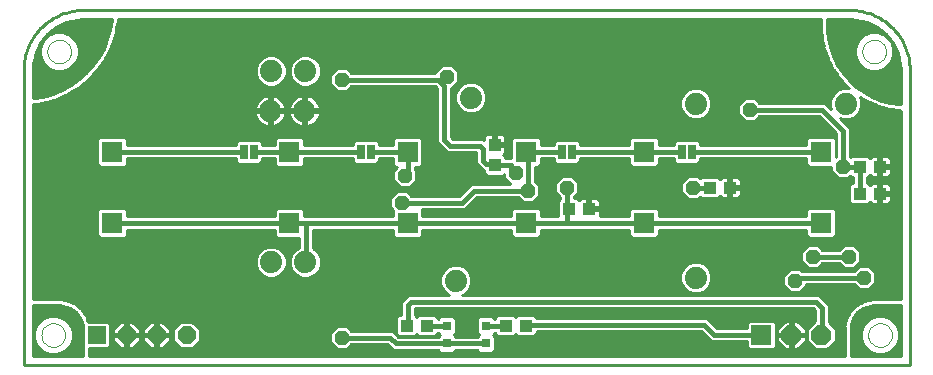
<source format=gbl>
G75*
G70*
%OFA0B0*%
%FSLAX24Y24*%
%IPPOS*%
%LPD*%
%AMOC8*
5,1,8,0,0,1.08239X$1,22.5*
%
%ADD10C,0.0100*%
%ADD11C,0.0000*%
%ADD12R,0.0689X0.0709*%
%ADD13C,0.0740*%
%ADD14R,0.0394X0.0433*%
%ADD15R,0.0433X0.0394*%
%ADD16R,0.0660X0.0660*%
%ADD17OC8,0.0660*%
%ADD18R,0.0594X0.0594*%
%ADD19OC8,0.0594*%
%ADD20R,0.0315X0.0315*%
%ADD21R,0.0250X0.0500*%
%ADD22OC8,0.0475*%
%ADD23C,0.0160*%
D10*
X006268Y006031D02*
X006268Y015874D01*
X006568Y015874D02*
X006578Y016060D01*
X006662Y016425D01*
X006824Y016761D01*
X007057Y017053D01*
X007349Y017286D01*
X007685Y017448D01*
X008050Y017532D01*
X008236Y017542D01*
X009204Y017542D01*
X009202Y017512D01*
X009147Y017185D01*
X009055Y016867D01*
X008928Y016561D01*
X008768Y016271D01*
X008577Y016001D01*
X008356Y015754D01*
X008109Y015534D01*
X007839Y015342D01*
X007549Y015182D01*
X007243Y015055D01*
X006925Y014963D01*
X006599Y014908D01*
X006568Y014906D01*
X006568Y015874D01*
X006568Y015881D02*
X007175Y015881D01*
X007084Y015918D02*
X007321Y015820D01*
X007577Y015820D01*
X007814Y015918D01*
X007995Y016100D01*
X008093Y016336D01*
X008093Y016592D01*
X007995Y016829D01*
X007814Y017010D01*
X007577Y017108D01*
X007321Y017108D01*
X007084Y017010D01*
X006903Y016829D01*
X006805Y016592D01*
X006805Y016336D01*
X006903Y016100D01*
X007084Y015918D01*
X007023Y015980D02*
X006574Y015980D01*
X006583Y016078D02*
X006925Y016078D01*
X006871Y016177D02*
X006605Y016177D01*
X006627Y016275D02*
X006831Y016275D01*
X006805Y016374D02*
X006650Y016374D01*
X006684Y016472D02*
X006805Y016472D01*
X006805Y016571D02*
X006732Y016571D01*
X006779Y016669D02*
X006837Y016669D01*
X006829Y016768D02*
X006878Y016768D01*
X006907Y016866D02*
X006941Y016866D01*
X006986Y016965D02*
X007039Y016965D01*
X007069Y017063D02*
X007213Y017063D01*
X007192Y017162D02*
X009140Y017162D01*
X009159Y017260D02*
X007316Y017260D01*
X007499Y017359D02*
X009176Y017359D01*
X009193Y017457D02*
X007723Y017457D01*
X007685Y017063D02*
X009112Y017063D01*
X009083Y016965D02*
X007859Y016965D01*
X007957Y016866D02*
X009055Y016866D01*
X009014Y016768D02*
X008020Y016768D01*
X008061Y016669D02*
X008973Y016669D01*
X008932Y016571D02*
X008093Y016571D01*
X008093Y016472D02*
X008879Y016472D01*
X008825Y016374D02*
X008093Y016374D01*
X008068Y016275D02*
X008770Y016275D01*
X008701Y016177D02*
X008027Y016177D01*
X007973Y016078D02*
X008631Y016078D01*
X008557Y015980D02*
X007875Y015980D01*
X007724Y015881D02*
X008469Y015881D01*
X008381Y015783D02*
X006568Y015783D01*
X006568Y015684D02*
X008277Y015684D01*
X008167Y015586D02*
X006568Y015586D01*
X006568Y015487D02*
X008044Y015487D01*
X007905Y015389D02*
X006568Y015389D01*
X006568Y015290D02*
X007745Y015290D01*
X007874Y015133D02*
X007707Y015041D01*
X007702Y015029D01*
X007636Y015001D01*
X007573Y014967D01*
X007561Y014970D01*
X007384Y014897D01*
X007378Y014886D01*
X007309Y014866D01*
X007243Y014839D01*
X007231Y014844D01*
X007048Y014791D01*
X007040Y014780D01*
X006970Y014768D01*
X006901Y014748D01*
X006890Y014755D01*
X006701Y014722D01*
X006693Y014713D01*
X006621Y014709D01*
X006568Y014700D01*
X006568Y008200D01*
X007375Y008200D01*
X007382Y008205D01*
X007457Y008200D01*
X007532Y008200D01*
X007538Y008204D01*
X007604Y008188D01*
X007671Y008183D01*
X007680Y008172D01*
X007692Y008178D01*
X007754Y008152D01*
X007820Y008136D01*
X007827Y008124D01*
X007840Y008128D01*
X007898Y008093D01*
X007960Y008067D01*
X007965Y008054D01*
X007979Y008055D01*
X008030Y008012D01*
X008087Y007976D01*
X008090Y007963D01*
X008104Y007962D01*
X008148Y007911D01*
X008199Y007867D01*
X008200Y007853D01*
X008213Y007850D01*
X008248Y007793D01*
X008292Y007742D01*
X008291Y007728D01*
X008304Y007723D01*
X008329Y007661D01*
X008364Y007604D01*
X008361Y007590D01*
X008373Y007583D01*
X008389Y007518D01*
X008412Y007462D01*
X009064Y007462D01*
X009152Y007374D01*
X009152Y006656D01*
X009064Y006569D01*
X008436Y006569D01*
X008436Y006331D01*
X033627Y006331D01*
X033627Y007138D01*
X033621Y007145D01*
X033627Y007220D01*
X033627Y007295D01*
X033623Y007302D01*
X033639Y007367D01*
X033644Y007434D01*
X033654Y007443D01*
X033649Y007456D01*
X033675Y007518D01*
X033690Y007583D01*
X033702Y007590D01*
X033699Y007604D01*
X033734Y007661D01*
X033760Y007723D01*
X033773Y007728D01*
X033772Y007742D01*
X033815Y007793D01*
X033850Y007850D01*
X033864Y007853D01*
X033865Y007867D01*
X033916Y007911D01*
X033959Y007962D01*
X033973Y007963D01*
X033976Y007976D01*
X034034Y008012D01*
X034085Y008055D01*
X034099Y008054D01*
X034104Y008067D01*
X034166Y008093D01*
X034223Y008128D01*
X034237Y008124D01*
X034244Y008136D01*
X034309Y008152D01*
X034371Y008178D01*
X034384Y008172D01*
X034393Y008183D01*
X034460Y008188D01*
X034525Y008204D01*
X034532Y008200D01*
X034607Y008200D01*
X034681Y008205D01*
X034688Y008200D01*
X035496Y008200D01*
X035496Y014495D01*
X035458Y014500D01*
X035387Y014502D01*
X035377Y014512D01*
X035196Y014538D01*
X035184Y014531D01*
X035116Y014550D01*
X035046Y014560D01*
X035038Y014571D01*
X034861Y014619D01*
X034848Y014614D01*
X034783Y014640D01*
X034714Y014659D01*
X034708Y014671D01*
X034538Y014740D01*
X034525Y014736D01*
X034463Y014770D01*
X034397Y014797D01*
X034392Y014810D01*
X034232Y014899D01*
X034218Y014896D01*
X034161Y014938D01*
X034140Y014949D01*
X034188Y014835D01*
X034188Y014628D01*
X034109Y014437D01*
X033963Y014290D01*
X033771Y014211D01*
X033565Y014211D01*
X033477Y014247D01*
X033663Y014061D01*
X033798Y013926D01*
X033798Y012949D01*
X033812Y012935D01*
X033855Y012978D01*
X034412Y012978D01*
X034468Y012922D01*
X034494Y012948D01*
X034528Y012968D01*
X034566Y012978D01*
X034754Y012978D01*
X034754Y012680D01*
X034851Y012680D01*
X034851Y012978D01*
X035039Y012978D01*
X035077Y012968D01*
X035111Y012948D01*
X035139Y012920D01*
X035159Y012886D01*
X035169Y012848D01*
X035169Y012680D01*
X034851Y012680D01*
X034851Y012583D01*
X035169Y012583D01*
X035169Y012415D01*
X035159Y012376D01*
X035139Y012342D01*
X035111Y012314D01*
X035077Y012294D01*
X035039Y012284D01*
X034851Y012284D01*
X034851Y012583D01*
X034754Y012583D01*
X034754Y012284D01*
X034566Y012284D01*
X034528Y012294D01*
X034494Y012314D01*
X034468Y012340D01*
X034412Y012284D01*
X034363Y012284D01*
X034363Y012078D01*
X034412Y012078D01*
X034468Y012022D01*
X034494Y012048D01*
X034528Y012068D01*
X034566Y012078D01*
X034754Y012078D01*
X034754Y011780D01*
X034851Y011780D01*
X034851Y012078D01*
X035039Y012078D01*
X035077Y012068D01*
X035111Y012048D01*
X035139Y012020D01*
X035159Y011986D01*
X035169Y011948D01*
X035169Y011780D01*
X034851Y011780D01*
X034851Y011683D01*
X035169Y011683D01*
X035169Y011515D01*
X035159Y011476D01*
X035139Y011442D01*
X035111Y011414D01*
X035077Y011394D01*
X035039Y011384D01*
X034851Y011384D01*
X034851Y011683D01*
X034754Y011683D01*
X034754Y011384D01*
X034566Y011384D01*
X034528Y011394D01*
X034494Y011414D01*
X034468Y011440D01*
X034412Y011384D01*
X033855Y011384D01*
X033767Y011472D01*
X033767Y011990D01*
X033855Y012078D01*
X033903Y012078D01*
X033903Y012284D01*
X033855Y012284D01*
X033812Y012327D01*
X033728Y012244D01*
X033407Y012244D01*
X033180Y012471D01*
X033180Y012613D01*
X032436Y012613D01*
X032348Y012701D01*
X032348Y012901D01*
X028805Y012901D01*
X028805Y012819D01*
X028717Y012731D01*
X028019Y012731D01*
X027931Y012819D01*
X027931Y012901D01*
X027432Y012901D01*
X027432Y012701D01*
X027344Y012613D01*
X026531Y012613D01*
X026443Y012701D01*
X026443Y012901D01*
X024805Y012901D01*
X024805Y012819D01*
X024717Y012731D01*
X024019Y012731D01*
X023931Y012819D01*
X023931Y012901D01*
X023495Y012901D01*
X023495Y012701D01*
X023407Y012613D01*
X023298Y012613D01*
X023298Y012149D01*
X023455Y011992D01*
X023455Y011671D01*
X023228Y011444D01*
X022907Y011444D01*
X022750Y011601D01*
X021363Y011601D01*
X021098Y011336D01*
X020963Y011201D01*
X019529Y011201D01*
X019558Y011172D01*
X019558Y010986D01*
X022506Y010986D01*
X022506Y011172D01*
X022594Y011260D01*
X023407Y011260D01*
X023495Y011172D01*
X023495Y010986D01*
X024067Y010986D01*
X024067Y011490D01*
X024138Y011561D01*
X024138Y011613D01*
X023980Y011771D01*
X023980Y012092D01*
X024207Y012319D01*
X024528Y012319D01*
X024755Y012092D01*
X024755Y011771D01*
X024598Y011613D01*
X024598Y011578D01*
X024712Y011578D01*
X024768Y011522D01*
X024794Y011548D01*
X024828Y011568D01*
X024866Y011578D01*
X025054Y011578D01*
X025054Y011280D01*
X025151Y011280D01*
X025151Y011578D01*
X025339Y011578D01*
X025377Y011568D01*
X025411Y011548D01*
X025439Y011520D01*
X025459Y011486D01*
X025469Y011448D01*
X025469Y011280D01*
X025151Y011280D01*
X025151Y011183D01*
X025469Y011183D01*
X025469Y011015D01*
X025461Y010986D01*
X026443Y010986D01*
X026443Y011172D01*
X026531Y011260D01*
X027344Y011260D01*
X027432Y011172D01*
X027432Y010986D01*
X032348Y010986D01*
X032348Y011172D01*
X032436Y011260D01*
X033249Y011260D01*
X033337Y011172D01*
X033337Y010339D01*
X033249Y010251D01*
X032436Y010251D01*
X032348Y010339D01*
X032348Y010526D01*
X027432Y010526D01*
X027432Y010339D01*
X027344Y010251D01*
X026531Y010251D01*
X026443Y010339D01*
X026443Y010526D01*
X023495Y010526D01*
X023495Y010339D01*
X023407Y010251D01*
X022594Y010251D01*
X022506Y010339D01*
X022506Y010526D01*
X019558Y010526D01*
X019558Y010339D01*
X019470Y010251D01*
X018657Y010251D01*
X018569Y010339D01*
X018569Y010526D01*
X015898Y010526D01*
X015898Y009907D01*
X015949Y009886D01*
X016095Y009740D01*
X016175Y009549D01*
X016175Y009342D01*
X016095Y009151D01*
X015949Y009004D01*
X015758Y008925D01*
X015551Y008925D01*
X015360Y009004D01*
X015214Y009151D01*
X015135Y009342D01*
X015135Y009549D01*
X015214Y009740D01*
X015360Y009886D01*
X015438Y009918D01*
X015438Y010251D01*
X014720Y010251D01*
X014632Y010339D01*
X014632Y010526D01*
X009715Y010526D01*
X009715Y010339D01*
X009627Y010251D01*
X008814Y010251D01*
X008726Y010339D01*
X008726Y011172D01*
X008814Y011260D01*
X009627Y011260D01*
X009715Y011172D01*
X009715Y010986D01*
X014632Y010986D01*
X014632Y011172D01*
X014720Y011260D01*
X015533Y011260D01*
X015621Y011172D01*
X015621Y010986D01*
X018569Y010986D01*
X018569Y011172D01*
X018574Y011177D01*
X018480Y011271D01*
X018480Y011592D01*
X018707Y011819D01*
X019028Y011819D01*
X019186Y011661D01*
X020773Y011661D01*
X021173Y012061D01*
X022490Y012061D01*
X022280Y012271D01*
X022280Y012383D01*
X022227Y012330D01*
X021709Y012330D01*
X021621Y012418D01*
X021621Y012501D01*
X021573Y012501D01*
X021438Y012636D01*
X021338Y012736D01*
X021338Y013101D01*
X020373Y013101D01*
X020038Y013436D01*
X020038Y015236D01*
X019973Y015301D01*
X017186Y015301D01*
X017028Y015144D01*
X016707Y015144D01*
X016480Y015371D01*
X016480Y015692D01*
X016707Y015919D01*
X017028Y015919D01*
X017186Y015761D01*
X019980Y015761D01*
X019980Y015792D01*
X020207Y016019D01*
X020528Y016019D01*
X020755Y015792D01*
X020755Y015471D01*
X020528Y015244D01*
X020498Y015244D01*
X020498Y013626D01*
X020563Y013561D01*
X021563Y013561D01*
X021621Y013503D01*
X021621Y013602D01*
X021631Y013640D01*
X021651Y013674D01*
X021679Y013702D01*
X021713Y013722D01*
X021751Y013732D01*
X021920Y013732D01*
X021920Y013414D01*
X022016Y013414D01*
X022016Y013732D01*
X022185Y013732D01*
X022223Y013722D01*
X022257Y013702D01*
X022285Y013674D01*
X022305Y013640D01*
X022315Y013602D01*
X022315Y013414D01*
X022016Y013414D01*
X022016Y013317D01*
X022315Y013317D01*
X022315Y013129D01*
X022305Y013091D01*
X022285Y013057D01*
X022259Y013031D01*
X022315Y012975D01*
X022315Y012926D01*
X022506Y012926D01*
X022506Y013534D01*
X022594Y013622D01*
X023407Y013622D01*
X023495Y013534D01*
X023495Y013361D01*
X023931Y013361D01*
X023931Y013443D01*
X024019Y013531D01*
X024717Y013531D01*
X024805Y013443D01*
X024805Y013361D01*
X026443Y013361D01*
X026443Y013534D01*
X026531Y013622D01*
X027344Y013622D01*
X027432Y013534D01*
X027432Y013361D01*
X027931Y013361D01*
X027931Y013443D01*
X028019Y013531D01*
X028717Y013531D01*
X028805Y013443D01*
X028805Y013361D01*
X032348Y013361D01*
X032348Y013534D01*
X032436Y013622D01*
X033249Y013622D01*
X033337Y013534D01*
X033337Y012948D01*
X033338Y012949D01*
X033338Y013736D01*
X032773Y014301D01*
X030786Y014301D01*
X030628Y014144D01*
X030307Y014144D01*
X030080Y014371D01*
X030080Y014692D01*
X030307Y014919D01*
X030628Y014919D01*
X030786Y014761D01*
X032963Y014761D01*
X033184Y014540D01*
X033148Y014628D01*
X033148Y014835D01*
X033227Y015026D01*
X033373Y015172D01*
X033565Y015251D01*
X033763Y015251D01*
X033688Y015321D01*
X033674Y015322D01*
X033628Y015376D01*
X033576Y015424D01*
X033576Y015438D01*
X033458Y015578D01*
X033444Y015580D01*
X033405Y015640D01*
X033360Y015694D01*
X033361Y015707D01*
X033260Y015860D01*
X033247Y015865D01*
X033216Y015928D01*
X033177Y015987D01*
X033180Y016001D01*
X033099Y016165D01*
X033086Y016171D01*
X033063Y016238D01*
X033031Y016301D01*
X033036Y016314D01*
X032975Y016487D01*
X032963Y016494D01*
X032948Y016563D01*
X032924Y016630D01*
X032930Y016643D01*
X032891Y016821D01*
X032880Y016830D01*
X032873Y016900D01*
X032858Y016970D01*
X032865Y016981D01*
X032848Y017161D01*
X032840Y017169D01*
X032840Y017242D01*
X032833Y017315D01*
X032840Y017323D01*
X032840Y017542D01*
X009410Y017542D01*
X009401Y017489D01*
X009397Y017418D01*
X009388Y017409D01*
X009356Y017221D01*
X009362Y017209D01*
X009342Y017141D01*
X009330Y017070D01*
X009320Y017062D01*
X009267Y016879D01*
X009272Y016867D01*
X009244Y016801D01*
X009224Y016732D01*
X009213Y016726D01*
X009140Y016549D01*
X009143Y016537D01*
X009109Y016474D01*
X009081Y016408D01*
X009070Y016403D01*
X008977Y016236D01*
X008979Y016223D01*
X008938Y016165D01*
X008903Y016102D01*
X008891Y016098D01*
X008780Y015942D01*
X008781Y015930D01*
X008733Y015876D01*
X008692Y015818D01*
X008679Y015816D01*
X008552Y015673D01*
X008551Y015660D01*
X008498Y015613D01*
X008450Y015559D01*
X008437Y015558D01*
X008294Y015431D01*
X008292Y015418D01*
X008234Y015377D01*
X008180Y015329D01*
X008168Y015330D01*
X008012Y015219D01*
X008008Y015207D01*
X007946Y015172D01*
X007887Y015131D01*
X007874Y015133D01*
X007802Y015093D02*
X020038Y015093D01*
X020038Y014995D02*
X015744Y014995D01*
X015743Y014995D02*
X015671Y015006D01*
X015671Y014538D01*
X015571Y014538D01*
X015571Y014438D01*
X015103Y014438D01*
X015114Y014366D01*
X015140Y014288D01*
X015177Y014215D01*
X015225Y014149D01*
X015283Y014091D01*
X015349Y014043D01*
X015422Y014006D01*
X015500Y013981D01*
X015571Y013969D01*
X015571Y014438D01*
X015671Y014438D01*
X015671Y013969D01*
X015743Y013981D01*
X015821Y014006D01*
X015894Y014043D01*
X015960Y014091D01*
X016018Y014149D01*
X016066Y014215D01*
X016103Y014288D01*
X016129Y014366D01*
X016140Y014438D01*
X015671Y014438D01*
X015671Y014538D01*
X016140Y014538D01*
X016129Y014610D01*
X016103Y014687D01*
X016066Y014760D01*
X016018Y014827D01*
X015960Y014884D01*
X015894Y014933D01*
X015821Y014970D01*
X015743Y014995D01*
X015671Y014995D02*
X015571Y014995D01*
X015571Y015006D02*
X015500Y014995D01*
X015422Y014970D01*
X015349Y014933D01*
X015283Y014884D01*
X015225Y014827D01*
X015177Y014760D01*
X015140Y014687D01*
X015114Y014610D01*
X015103Y014538D01*
X015571Y014538D01*
X015571Y015006D01*
X015499Y014995D02*
X014604Y014995D01*
X014603Y014995D02*
X014531Y015006D01*
X014531Y014538D01*
X014431Y014538D01*
X014431Y014438D01*
X013963Y014438D01*
X013974Y014366D01*
X014000Y014288D01*
X014037Y014215D01*
X014085Y014149D01*
X014143Y014091D01*
X014209Y014043D01*
X014282Y014006D01*
X014360Y013981D01*
X014431Y013969D01*
X014431Y014438D01*
X014531Y014438D01*
X014531Y013969D01*
X014603Y013981D01*
X014681Y014006D01*
X014754Y014043D01*
X014820Y014091D01*
X014878Y014149D01*
X014926Y014215D01*
X014963Y014288D01*
X014989Y014366D01*
X015000Y014438D01*
X014531Y014438D01*
X014531Y014538D01*
X015000Y014538D01*
X014989Y014610D01*
X014963Y014687D01*
X014926Y014760D01*
X014878Y014827D01*
X014820Y014884D01*
X014754Y014933D01*
X014681Y014970D01*
X014603Y014995D01*
X014531Y014995D02*
X014431Y014995D01*
X014431Y015006D02*
X014360Y014995D01*
X014282Y014970D01*
X014209Y014933D01*
X014143Y014884D01*
X014085Y014827D01*
X014037Y014760D01*
X014000Y014687D01*
X013974Y014610D01*
X013963Y014538D01*
X014431Y014538D01*
X014431Y015006D01*
X014359Y014995D02*
X007624Y014995D01*
X007567Y015192D02*
X006568Y015192D01*
X006568Y015093D02*
X007335Y015093D01*
X007384Y014896D02*
X014159Y014896D01*
X014064Y014798D02*
X007072Y014798D01*
X007033Y014995D02*
X006568Y014995D01*
X006568Y014699D02*
X014006Y014699D01*
X013973Y014601D02*
X006568Y014601D01*
X006568Y014502D02*
X014431Y014502D01*
X014431Y014404D02*
X014531Y014404D01*
X014531Y014502D02*
X015571Y014502D01*
X015571Y014404D02*
X015671Y014404D01*
X015671Y014502D02*
X020038Y014502D01*
X020038Y014404D02*
X016135Y014404D01*
X016109Y014305D02*
X020038Y014305D01*
X020038Y014207D02*
X016060Y014207D01*
X015977Y014108D02*
X020038Y014108D01*
X020038Y014010D02*
X015828Y014010D01*
X015671Y014010D02*
X015571Y014010D01*
X015571Y014108D02*
X015671Y014108D01*
X015671Y014207D02*
X015571Y014207D01*
X015571Y014305D02*
X015671Y014305D01*
X015671Y014601D02*
X015571Y014601D01*
X015571Y014699D02*
X015671Y014699D01*
X015671Y014798D02*
X015571Y014798D01*
X015571Y014896D02*
X015671Y014896D01*
X015944Y014896D02*
X020038Y014896D01*
X020038Y014798D02*
X016039Y014798D01*
X016097Y014699D02*
X020038Y014699D01*
X020038Y014601D02*
X016130Y014601D01*
X015299Y014896D02*
X014804Y014896D01*
X014899Y014798D02*
X015204Y014798D01*
X015146Y014699D02*
X014957Y014699D01*
X014990Y014601D02*
X015113Y014601D01*
X015108Y014404D02*
X014995Y014404D01*
X014969Y014305D02*
X015134Y014305D01*
X015183Y014207D02*
X014920Y014207D01*
X014837Y014108D02*
X015266Y014108D01*
X015415Y014010D02*
X014688Y014010D01*
X014531Y014010D02*
X014431Y014010D01*
X014431Y014108D02*
X014531Y014108D01*
X014531Y014207D02*
X014431Y014207D01*
X014431Y014305D02*
X014531Y014305D01*
X014531Y014601D02*
X014431Y014601D01*
X014431Y014699D02*
X014531Y014699D01*
X014531Y014798D02*
X014431Y014798D01*
X014431Y014896D02*
X014531Y014896D01*
X014618Y015296D02*
X014809Y015375D01*
X014955Y015522D01*
X015035Y015713D01*
X015035Y015920D01*
X014955Y016111D01*
X014809Y016257D01*
X014618Y016336D01*
X014411Y016336D01*
X014220Y016257D01*
X014074Y016111D01*
X013995Y015920D01*
X013995Y015713D01*
X014074Y015522D01*
X014220Y015375D01*
X014411Y015296D01*
X014618Y015296D01*
X014822Y015389D02*
X015347Y015389D01*
X015360Y015375D02*
X015551Y015296D01*
X015758Y015296D01*
X015949Y015375D01*
X016095Y015522D01*
X016175Y015713D01*
X016175Y015920D01*
X016095Y016111D01*
X015949Y016257D01*
X015758Y016336D01*
X015551Y016336D01*
X015360Y016257D01*
X015214Y016111D01*
X015135Y015920D01*
X015135Y015713D01*
X015214Y015522D01*
X015360Y015375D01*
X015248Y015487D02*
X014921Y015487D01*
X014982Y015586D02*
X015187Y015586D01*
X015146Y015684D02*
X015023Y015684D01*
X015035Y015783D02*
X015135Y015783D01*
X015135Y015881D02*
X015035Y015881D01*
X015010Y015980D02*
X015159Y015980D01*
X015200Y016078D02*
X014969Y016078D01*
X014889Y016177D02*
X015280Y016177D01*
X015404Y016275D02*
X014765Y016275D01*
X014264Y016275D02*
X008999Y016275D01*
X008946Y016177D02*
X014140Y016177D01*
X014060Y016078D02*
X008876Y016078D01*
X008807Y015980D02*
X014019Y015980D01*
X013995Y015881D02*
X008738Y015881D01*
X008650Y015783D02*
X013995Y015783D01*
X014006Y015684D02*
X008561Y015684D01*
X008473Y015586D02*
X014047Y015586D01*
X014108Y015487D02*
X008357Y015487D01*
X008250Y015389D02*
X014207Y015389D01*
X013968Y014404D02*
X006568Y014404D01*
X006568Y014305D02*
X013994Y014305D01*
X014043Y014207D02*
X006568Y014207D01*
X006568Y014108D02*
X014126Y014108D01*
X014275Y014010D02*
X006568Y014010D01*
X006568Y013911D02*
X020038Y013911D01*
X020038Y013813D02*
X006568Y013813D01*
X006568Y013714D02*
X020038Y013714D01*
X020038Y013616D02*
X019476Y013616D01*
X019470Y013622D02*
X018657Y013622D01*
X018569Y013534D01*
X018569Y013361D01*
X018105Y013361D01*
X018105Y013443D01*
X018017Y013531D01*
X017319Y013531D01*
X017231Y013443D01*
X017231Y013361D01*
X015621Y013361D01*
X015621Y013534D01*
X015533Y013622D01*
X014720Y013622D01*
X014632Y013534D01*
X014632Y013361D01*
X014205Y013361D01*
X014205Y013443D01*
X014117Y013531D01*
X013419Y013531D01*
X013331Y013443D01*
X013331Y013361D01*
X009715Y013361D01*
X009715Y013534D01*
X009627Y013622D01*
X008814Y013622D01*
X008726Y013534D01*
X008726Y012701D01*
X008814Y012613D01*
X009627Y012613D01*
X009715Y012701D01*
X009715Y012901D01*
X013331Y012901D01*
X013331Y012819D01*
X013419Y012731D01*
X014117Y012731D01*
X014205Y012819D01*
X014205Y012901D01*
X014632Y012901D01*
X014632Y012701D01*
X014720Y012613D01*
X015533Y012613D01*
X015621Y012701D01*
X015621Y012901D01*
X017231Y012901D01*
X017231Y012819D01*
X017319Y012731D01*
X018017Y012731D01*
X018105Y012819D01*
X018105Y012901D01*
X018569Y012901D01*
X018569Y012701D01*
X018657Y012613D01*
X018702Y012613D01*
X018580Y012492D01*
X018580Y012171D01*
X018807Y011944D01*
X019128Y011944D01*
X019355Y012171D01*
X019355Y012492D01*
X019298Y012549D01*
X019298Y012613D01*
X019470Y012613D01*
X019558Y012701D01*
X019558Y013534D01*
X019470Y013622D01*
X019558Y013517D02*
X020038Y013517D01*
X020055Y013419D02*
X019558Y013419D01*
X019558Y013320D02*
X020154Y013320D01*
X020252Y013222D02*
X019558Y013222D01*
X019558Y013123D02*
X020351Y013123D01*
X020509Y013616D02*
X021625Y013616D01*
X021621Y013517D02*
X021607Y013517D01*
X021699Y013714D02*
X020498Y013714D01*
X020498Y013813D02*
X033261Y013813D01*
X033338Y013714D02*
X022236Y013714D01*
X022311Y013616D02*
X022587Y013616D01*
X022506Y013517D02*
X022315Y013517D01*
X022315Y013419D02*
X022506Y013419D01*
X022506Y013320D02*
X022016Y013320D01*
X022016Y013419D02*
X021920Y013419D01*
X021920Y013517D02*
X022016Y013517D01*
X022016Y013616D02*
X021920Y013616D01*
X021920Y013714D02*
X022016Y013714D01*
X022315Y013222D02*
X022506Y013222D01*
X022506Y013123D02*
X022313Y013123D01*
X022265Y013025D02*
X022506Y013025D01*
X023298Y012532D02*
X033180Y012532D01*
X033217Y012434D02*
X023298Y012434D01*
X023298Y012335D02*
X033316Y012335D01*
X033816Y012040D02*
X030169Y012040D01*
X030169Y011980D02*
X030169Y012148D01*
X030159Y012186D01*
X030139Y012220D01*
X030111Y012248D01*
X030077Y012268D01*
X030039Y012278D01*
X029851Y012278D01*
X029851Y011980D01*
X029754Y011980D01*
X029754Y012278D01*
X029566Y012278D01*
X029528Y012268D01*
X029494Y012248D01*
X029468Y012222D01*
X029412Y012278D01*
X028855Y012278D01*
X028812Y012235D01*
X028728Y012319D01*
X028407Y012319D01*
X028180Y012092D01*
X028180Y011771D01*
X028407Y011544D01*
X028728Y011544D01*
X028812Y011627D01*
X028855Y011584D01*
X029412Y011584D01*
X029468Y011640D01*
X029494Y011614D01*
X029528Y011594D01*
X029566Y011584D01*
X029754Y011584D01*
X029754Y011883D01*
X029851Y011883D01*
X029851Y011980D01*
X030169Y011980D01*
X030169Y011883D02*
X029851Y011883D01*
X029851Y011584D01*
X030039Y011584D01*
X030077Y011594D01*
X030111Y011614D01*
X030139Y011642D01*
X030159Y011676D01*
X030169Y011715D01*
X030169Y011883D01*
X030169Y011843D02*
X033767Y011843D01*
X033767Y011941D02*
X029851Y011941D01*
X029851Y011843D02*
X029754Y011843D01*
X029754Y011744D02*
X029851Y011744D01*
X029851Y011646D02*
X029754Y011646D01*
X030141Y011646D02*
X033767Y011646D01*
X033767Y011744D02*
X030169Y011744D01*
X030169Y012138D02*
X033903Y012138D01*
X033903Y012237D02*
X030123Y012237D01*
X029851Y012237D02*
X029754Y012237D01*
X029754Y012138D02*
X029851Y012138D01*
X029851Y012040D02*
X029754Y012040D01*
X029483Y012237D02*
X029453Y012237D01*
X028813Y012237D02*
X028810Y012237D01*
X028326Y012237D02*
X024610Y012237D01*
X024709Y012138D02*
X028227Y012138D01*
X028180Y012040D02*
X024755Y012040D01*
X024755Y011941D02*
X028180Y011941D01*
X028180Y011843D02*
X024755Y011843D01*
X024729Y011744D02*
X028207Y011744D01*
X028305Y011646D02*
X024630Y011646D01*
X024743Y011547D02*
X024793Y011547D01*
X025054Y011547D02*
X025151Y011547D01*
X025151Y011449D02*
X025054Y011449D01*
X025054Y011350D02*
X025151Y011350D01*
X025151Y011252D02*
X026522Y011252D01*
X026443Y011153D02*
X025469Y011153D01*
X025469Y011055D02*
X026443Y011055D01*
X026443Y010464D02*
X023495Y010464D01*
X023495Y010365D02*
X026443Y010365D01*
X026515Y010267D02*
X023422Y010267D01*
X022578Y010267D02*
X019485Y010267D01*
X019558Y010365D02*
X022506Y010365D01*
X022506Y010464D02*
X019558Y010464D01*
X019558Y011055D02*
X022506Y011055D01*
X022506Y011153D02*
X019558Y011153D01*
X019103Y011744D02*
X020856Y011744D01*
X020954Y011843D02*
X006568Y011843D01*
X006568Y011941D02*
X021053Y011941D01*
X021151Y012040D02*
X019224Y012040D01*
X019323Y012138D02*
X022413Y012138D01*
X022314Y012237D02*
X019355Y012237D01*
X019355Y012335D02*
X021704Y012335D01*
X021621Y012434D02*
X019355Y012434D01*
X019315Y012532D02*
X021542Y012532D01*
X021443Y012631D02*
X019487Y012631D01*
X019558Y012729D02*
X021345Y012729D01*
X021338Y012828D02*
X019558Y012828D01*
X019558Y012926D02*
X021338Y012926D01*
X021338Y013025D02*
X019558Y013025D01*
X018639Y012631D02*
X015550Y012631D01*
X015621Y012729D02*
X018569Y012729D01*
X018569Y012828D02*
X018105Y012828D01*
X018621Y012532D02*
X006568Y012532D01*
X006568Y012434D02*
X018580Y012434D01*
X018580Y012335D02*
X006568Y012335D01*
X006568Y012237D02*
X018580Y012237D01*
X018613Y012138D02*
X006568Y012138D01*
X006568Y012040D02*
X018711Y012040D01*
X018633Y011744D02*
X006568Y011744D01*
X006568Y011646D02*
X018535Y011646D01*
X018480Y011547D02*
X006568Y011547D01*
X006568Y011449D02*
X018480Y011449D01*
X018480Y011350D02*
X006568Y011350D01*
X006568Y011252D02*
X008806Y011252D01*
X008726Y011153D02*
X006568Y011153D01*
X006568Y011055D02*
X008726Y011055D01*
X008726Y010956D02*
X006568Y010956D01*
X006568Y010858D02*
X008726Y010858D01*
X008726Y010759D02*
X006568Y010759D01*
X006568Y010661D02*
X008726Y010661D01*
X008726Y010562D02*
X006568Y010562D01*
X006568Y010464D02*
X008726Y010464D01*
X008726Y010365D02*
X006568Y010365D01*
X006568Y010267D02*
X008799Y010267D01*
X009643Y010267D02*
X014704Y010267D01*
X014632Y010365D02*
X009715Y010365D01*
X009715Y010464D02*
X014632Y010464D01*
X014618Y009965D02*
X014411Y009965D01*
X014220Y009886D01*
X014074Y009740D01*
X013995Y009549D01*
X013995Y009342D01*
X014074Y009151D01*
X014220Y009004D01*
X014411Y008925D01*
X014618Y008925D01*
X014809Y009004D01*
X014955Y009151D01*
X015035Y009342D01*
X015035Y009549D01*
X014955Y009740D01*
X014809Y009886D01*
X014618Y009965D01*
X014823Y009873D02*
X015346Y009873D01*
X015438Y009971D02*
X006568Y009971D01*
X006568Y009873D02*
X014206Y009873D01*
X014108Y009774D02*
X006568Y009774D01*
X006568Y009676D02*
X014047Y009676D01*
X014006Y009577D02*
X006568Y009577D01*
X006568Y009479D02*
X013995Y009479D01*
X013995Y009380D02*
X006568Y009380D01*
X006568Y009282D02*
X014019Y009282D01*
X014060Y009183D02*
X006568Y009183D01*
X006568Y009085D02*
X014140Y009085D01*
X014264Y008986D02*
X006568Y008986D01*
X006568Y008888D02*
X020148Y008888D01*
X020148Y008935D02*
X020148Y008728D01*
X020227Y008537D01*
X020373Y008390D01*
X020444Y008361D01*
X019073Y008361D01*
X018973Y008261D01*
X018838Y008126D01*
X018838Y007678D01*
X018755Y007678D01*
X018667Y007590D01*
X018667Y007072D01*
X018755Y006984D01*
X019312Y006984D01*
X019368Y007040D01*
X019424Y006984D01*
X019981Y006984D01*
X020069Y007072D01*
X020069Y007098D01*
X020136Y007031D01*
X020071Y006966D01*
X018759Y006966D01*
X018563Y007161D01*
X017186Y007161D01*
X017028Y007319D01*
X016707Y007319D01*
X016480Y007092D01*
X016480Y006771D01*
X016707Y006544D01*
X017028Y006544D01*
X017186Y006701D01*
X018373Y006701D01*
X018433Y006641D01*
X018433Y006641D01*
X018568Y006506D01*
X020071Y006506D01*
X020148Y006428D01*
X020588Y006428D01*
X020665Y006506D01*
X021371Y006506D01*
X021448Y006428D01*
X021888Y006428D01*
X021975Y006516D01*
X021975Y006955D01*
X021900Y007031D01*
X021965Y007096D01*
X021967Y007096D01*
X021967Y007072D01*
X022055Y006984D01*
X022612Y006984D01*
X022668Y007040D01*
X022724Y006984D01*
X023281Y006984D01*
X023369Y007072D01*
X023369Y007136D01*
X028838Y007136D01*
X029038Y006936D01*
X029173Y006801D01*
X030379Y006801D01*
X030379Y006623D01*
X030466Y006535D01*
X031251Y006535D01*
X031339Y006623D01*
X031339Y007407D01*
X031251Y007495D01*
X030466Y007495D01*
X030379Y007407D01*
X030379Y007261D01*
X029363Y007261D01*
X029163Y007461D01*
X029029Y007596D01*
X023363Y007596D01*
X023281Y007678D01*
X022724Y007678D01*
X022668Y007622D01*
X022612Y007678D01*
X022055Y007678D01*
X021967Y007590D01*
X021967Y007556D01*
X021965Y007556D01*
X021888Y007634D01*
X021448Y007634D01*
X021360Y007546D01*
X021360Y007107D01*
X021436Y007031D01*
X021371Y006966D01*
X020665Y006966D01*
X020600Y007031D01*
X020675Y007107D01*
X020675Y007546D01*
X020588Y007634D01*
X020148Y007634D01*
X020076Y007561D01*
X020069Y007561D01*
X020069Y007590D01*
X019981Y007678D01*
X019424Y007678D01*
X019368Y007622D01*
X019312Y007678D01*
X019298Y007678D01*
X019298Y007901D01*
X032573Y007901D01*
X032638Y007836D01*
X032638Y007474D01*
X032379Y007214D01*
X032379Y006817D01*
X032660Y006535D01*
X033057Y006535D01*
X033339Y006817D01*
X033339Y007214D01*
X033098Y007455D01*
X033098Y008026D01*
X032963Y008161D01*
X032763Y008361D01*
X020892Y008361D01*
X020963Y008390D01*
X021109Y008537D01*
X021188Y008728D01*
X021188Y008935D01*
X021109Y009126D01*
X020963Y009272D01*
X020771Y009351D01*
X020565Y009351D01*
X020373Y009272D01*
X020227Y009126D01*
X020148Y008935D01*
X020169Y008986D02*
X015905Y008986D01*
X016029Y009085D02*
X020210Y009085D01*
X020285Y009183D02*
X016109Y009183D01*
X016150Y009282D02*
X020397Y009282D01*
X020939Y009282D02*
X028283Y009282D01*
X028227Y009226D02*
X028148Y009035D01*
X028148Y008828D01*
X028227Y008637D01*
X028373Y008490D01*
X028565Y008411D01*
X028771Y008411D01*
X028963Y008490D01*
X029109Y008637D01*
X029188Y008828D01*
X029188Y009035D01*
X029109Y009226D01*
X028963Y009372D01*
X028771Y009451D01*
X028565Y009451D01*
X028373Y009372D01*
X028227Y009226D01*
X028210Y009183D02*
X021051Y009183D01*
X021126Y009085D02*
X028169Y009085D01*
X028148Y008986D02*
X021167Y008986D01*
X021188Y008888D02*
X028148Y008888D01*
X028164Y008789D02*
X021188Y008789D01*
X021173Y008691D02*
X028205Y008691D01*
X028272Y008592D02*
X021132Y008592D01*
X021066Y008494D02*
X028370Y008494D01*
X028966Y008494D02*
X031757Y008494D01*
X031807Y008444D02*
X032128Y008444D01*
X032355Y008671D01*
X032355Y008701D01*
X033950Y008701D01*
X034107Y008544D01*
X034428Y008544D01*
X034655Y008771D01*
X034655Y009092D01*
X034428Y009319D01*
X034107Y009319D01*
X033950Y009161D01*
X032186Y009161D01*
X032128Y009219D01*
X031807Y009219D01*
X031580Y008992D01*
X031580Y008671D01*
X031807Y008444D01*
X031659Y008592D02*
X029064Y008592D01*
X029131Y008691D02*
X031580Y008691D01*
X031580Y008789D02*
X029172Y008789D01*
X029188Y008888D02*
X031580Y008888D01*
X031580Y008986D02*
X029188Y008986D01*
X029167Y009085D02*
X031674Y009085D01*
X031772Y009183D02*
X029126Y009183D01*
X029053Y009282D02*
X032369Y009282D01*
X032407Y009244D02*
X032728Y009244D01*
X032886Y009401D01*
X033450Y009401D01*
X033607Y009244D01*
X033928Y009244D01*
X034155Y009471D01*
X034155Y009792D01*
X033928Y010019D01*
X033607Y010019D01*
X033450Y009861D01*
X032886Y009861D01*
X032728Y010019D01*
X032407Y010019D01*
X032180Y009792D01*
X032180Y009471D01*
X032407Y009244D01*
X032271Y009380D02*
X028943Y009380D01*
X028393Y009380D02*
X016175Y009380D01*
X016175Y009479D02*
X032180Y009479D01*
X032180Y009577D02*
X016163Y009577D01*
X016122Y009676D02*
X032180Y009676D01*
X032180Y009774D02*
X016061Y009774D01*
X015963Y009873D02*
X032262Y009873D01*
X032360Y009971D02*
X015898Y009971D01*
X015898Y010070D02*
X035496Y010070D01*
X035496Y010168D02*
X015898Y010168D01*
X015898Y010267D02*
X018641Y010267D01*
X018569Y010365D02*
X015898Y010365D01*
X015898Y010464D02*
X018569Y010464D01*
X018569Y011055D02*
X015621Y011055D01*
X015621Y011153D02*
X018569Y011153D01*
X018499Y011252D02*
X015541Y011252D01*
X014711Y011252D02*
X009636Y011252D01*
X009715Y011153D02*
X014632Y011153D01*
X014632Y011055D02*
X009715Y011055D01*
X009645Y012631D02*
X014702Y012631D01*
X014632Y012729D02*
X009715Y012729D01*
X009715Y012828D02*
X013331Y012828D01*
X014205Y012828D02*
X014632Y012828D01*
X014632Y013419D02*
X014205Y013419D01*
X014131Y013517D02*
X014632Y013517D01*
X014713Y013616D02*
X009634Y013616D01*
X009715Y013517D02*
X013405Y013517D01*
X013331Y013419D02*
X009715Y013419D01*
X008808Y013616D02*
X006568Y013616D01*
X006568Y013517D02*
X008726Y013517D01*
X008726Y013419D02*
X006568Y013419D01*
X006568Y013320D02*
X008726Y013320D01*
X008726Y013222D02*
X006568Y013222D01*
X006568Y013123D02*
X008726Y013123D01*
X008726Y013025D02*
X006568Y013025D01*
X006568Y012926D02*
X008726Y012926D01*
X008726Y012828D02*
X006568Y012828D01*
X006568Y012729D02*
X008726Y012729D01*
X008797Y012631D02*
X006568Y012631D01*
X006568Y010168D02*
X015438Y010168D01*
X015438Y010070D02*
X006568Y010070D01*
X006568Y008789D02*
X020148Y008789D01*
X020163Y008691D02*
X006568Y008691D01*
X006568Y008592D02*
X020204Y008592D01*
X020270Y008494D02*
X006568Y008494D01*
X006568Y008395D02*
X020369Y008395D01*
X020967Y008395D02*
X035496Y008395D01*
X035496Y008297D02*
X032828Y008297D01*
X032926Y008198D02*
X034502Y008198D01*
X034491Y007990D02*
X034614Y008000D01*
X035496Y008000D01*
X035496Y006331D01*
X033827Y006331D01*
X033827Y007212D01*
X033837Y007335D01*
X033866Y007456D01*
X033913Y007570D01*
X033977Y007675D01*
X034058Y007769D01*
X034152Y007849D01*
X034257Y007914D01*
X034371Y007961D01*
X034491Y007990D01*
X034239Y007903D02*
X035496Y007903D01*
X035496Y007804D02*
X034099Y007804D01*
X034004Y007706D02*
X035496Y007706D01*
X035496Y007607D02*
X035065Y007607D01*
X035176Y007561D02*
X034939Y007659D01*
X034683Y007659D01*
X034447Y007561D01*
X034266Y007380D01*
X034168Y007143D01*
X034168Y006887D01*
X034266Y006651D01*
X034447Y006470D01*
X034683Y006372D01*
X034939Y006372D01*
X035176Y006470D01*
X035357Y006651D01*
X035455Y006887D01*
X035455Y007143D01*
X035357Y007380D01*
X035176Y007561D01*
X035228Y007509D02*
X035496Y007509D01*
X035496Y007410D02*
X035327Y007410D01*
X035385Y007312D02*
X035496Y007312D01*
X035496Y007213D02*
X035426Y007213D01*
X035455Y007115D02*
X035496Y007115D01*
X035496Y007016D02*
X035455Y007016D01*
X035455Y006918D02*
X035496Y006918D01*
X035496Y006819D02*
X035427Y006819D01*
X035386Y006721D02*
X035496Y006721D01*
X035496Y006622D02*
X035328Y006622D01*
X035230Y006524D02*
X035496Y006524D01*
X035496Y006425D02*
X035068Y006425D01*
X034554Y006425D02*
X033827Y006425D01*
X033827Y006524D02*
X034393Y006524D01*
X034294Y006622D02*
X033827Y006622D01*
X033827Y006721D02*
X034237Y006721D01*
X034196Y006819D02*
X033827Y006819D01*
X033827Y006918D02*
X034168Y006918D01*
X034168Y007016D02*
X033827Y007016D01*
X033827Y007115D02*
X034168Y007115D01*
X034196Y007213D02*
X033827Y007213D01*
X033835Y007312D02*
X034237Y007312D01*
X034296Y007410D02*
X033855Y007410D01*
X033888Y007509D02*
X034394Y007509D01*
X034558Y007607D02*
X033936Y007607D01*
X033753Y007706D02*
X033098Y007706D01*
X033098Y007804D02*
X033822Y007804D01*
X033906Y007903D02*
X033098Y007903D01*
X033098Y008001D02*
X034017Y008001D01*
X034177Y008100D02*
X033025Y008100D01*
X032277Y008592D02*
X034059Y008592D01*
X033960Y008691D02*
X032355Y008691D01*
X032178Y008494D02*
X035496Y008494D01*
X035496Y008592D02*
X034477Y008592D01*
X034575Y008691D02*
X035496Y008691D01*
X035496Y008789D02*
X034655Y008789D01*
X034655Y008888D02*
X035496Y008888D01*
X035496Y008986D02*
X034655Y008986D01*
X034655Y009085D02*
X035496Y009085D01*
X035496Y009183D02*
X034564Y009183D01*
X034465Y009282D02*
X035496Y009282D01*
X035496Y009380D02*
X034065Y009380D01*
X034071Y009282D02*
X033966Y009282D01*
X033972Y009183D02*
X032164Y009183D01*
X032766Y009282D02*
X033569Y009282D01*
X033471Y009380D02*
X032865Y009380D01*
X032874Y009873D02*
X033462Y009873D01*
X033560Y009971D02*
X032776Y009971D01*
X032421Y010267D02*
X027359Y010267D01*
X027432Y010365D02*
X032348Y010365D01*
X032348Y010464D02*
X027432Y010464D01*
X027432Y011055D02*
X032348Y011055D01*
X032348Y011153D02*
X027432Y011153D01*
X027352Y011252D02*
X032428Y011252D01*
X033258Y011252D02*
X035496Y011252D01*
X035496Y011350D02*
X025469Y011350D01*
X025469Y011449D02*
X033790Y011449D01*
X033767Y011547D02*
X028732Y011547D01*
X028404Y011547D02*
X025412Y011547D01*
X024124Y011547D02*
X023332Y011547D01*
X023233Y011449D02*
X024067Y011449D01*
X024067Y011350D02*
X021112Y011350D01*
X021014Y011252D02*
X022585Y011252D01*
X022804Y011547D02*
X021309Y011547D01*
X021211Y011449D02*
X022902Y011449D01*
X023415Y011252D02*
X024067Y011252D01*
X024067Y011153D02*
X023495Y011153D01*
X023495Y011055D02*
X024067Y011055D01*
X024105Y011646D02*
X023430Y011646D01*
X023455Y011744D02*
X024007Y011744D01*
X023980Y011843D02*
X023455Y011843D01*
X023455Y011941D02*
X023980Y011941D01*
X023980Y012040D02*
X023407Y012040D01*
X023309Y012138D02*
X024027Y012138D01*
X024126Y012237D02*
X023298Y012237D01*
X023424Y012631D02*
X026513Y012631D01*
X026443Y012729D02*
X023495Y012729D01*
X023495Y012828D02*
X023931Y012828D01*
X024805Y012828D02*
X026443Y012828D01*
X027361Y012631D02*
X032419Y012631D01*
X032348Y012729D02*
X027432Y012729D01*
X027432Y012828D02*
X027931Y012828D01*
X028805Y012828D02*
X032348Y012828D01*
X033337Y013025D02*
X033338Y013025D01*
X033337Y013123D02*
X033338Y013123D01*
X033337Y013222D02*
X033338Y013222D01*
X033337Y013320D02*
X033338Y013320D01*
X033337Y013419D02*
X033338Y013419D01*
X033337Y013517D02*
X033338Y013517D01*
X033338Y013616D02*
X033256Y013616D01*
X033798Y013616D02*
X035496Y013616D01*
X035496Y013714D02*
X033798Y013714D01*
X033798Y013813D02*
X035496Y013813D01*
X035496Y013911D02*
X033798Y013911D01*
X033715Y014010D02*
X035496Y014010D01*
X035496Y014108D02*
X033616Y014108D01*
X033518Y014207D02*
X035496Y014207D01*
X035496Y014305D02*
X033977Y014305D01*
X034076Y014404D02*
X035496Y014404D01*
X035387Y014502D02*
X034136Y014502D01*
X034177Y014601D02*
X034929Y014601D01*
X034967Y014798D02*
X035496Y014798D01*
X035496Y014896D02*
X034685Y014896D01*
X034549Y014951D02*
X034268Y015107D01*
X034009Y015296D01*
X033773Y015514D01*
X033566Y015759D01*
X033390Y016028D01*
X033247Y016316D01*
X033140Y016618D01*
X033071Y016932D01*
X033040Y017252D01*
X033040Y017542D01*
X033827Y017542D01*
X034014Y017532D01*
X034378Y017448D01*
X034715Y017286D01*
X035007Y017053D01*
X035240Y016761D01*
X035402Y016425D01*
X035485Y016060D01*
X035496Y015874D01*
X035496Y014700D01*
X035474Y014700D01*
X035157Y014746D01*
X034847Y014830D01*
X034549Y014951D01*
X034471Y014995D02*
X035496Y014995D01*
X035496Y015093D02*
X034294Y015093D01*
X034152Y015192D02*
X035496Y015192D01*
X035496Y015290D02*
X034016Y015290D01*
X033908Y015389D02*
X035496Y015389D01*
X035496Y015487D02*
X033802Y015487D01*
X033713Y015586D02*
X035496Y015586D01*
X035496Y015684D02*
X033630Y015684D01*
X033551Y015783D02*
X035496Y015783D01*
X035495Y015881D02*
X034889Y015881D01*
X034979Y015918D02*
X035160Y016100D01*
X035258Y016336D01*
X035258Y016592D01*
X035160Y016829D01*
X034979Y017010D01*
X034742Y017108D01*
X034486Y017108D01*
X034250Y017010D01*
X034069Y016829D01*
X033971Y016592D01*
X033971Y016336D01*
X034069Y016100D01*
X034250Y015918D01*
X034486Y015820D01*
X034742Y015820D01*
X034979Y015918D01*
X035040Y015980D02*
X035490Y015980D01*
X035481Y016078D02*
X035139Y016078D01*
X035192Y016177D02*
X035459Y016177D01*
X035436Y016275D02*
X035233Y016275D01*
X035258Y016374D02*
X035414Y016374D01*
X035379Y016472D02*
X035258Y016472D01*
X035258Y016571D02*
X035332Y016571D01*
X035284Y016669D02*
X035226Y016669D01*
X035235Y016768D02*
X035185Y016768D01*
X035156Y016866D02*
X035123Y016866D01*
X035078Y016965D02*
X035024Y016965D01*
X034995Y017063D02*
X034850Y017063D01*
X034871Y017162D02*
X033048Y017162D01*
X033040Y017260D02*
X034748Y017260D01*
X034565Y017359D02*
X033040Y017359D01*
X033040Y017457D02*
X034340Y017457D01*
X034378Y017063D02*
X033058Y017063D01*
X033068Y016965D02*
X034205Y016965D01*
X034106Y016866D02*
X033085Y016866D01*
X033107Y016768D02*
X034043Y016768D01*
X034003Y016669D02*
X033129Y016669D01*
X033157Y016571D02*
X033971Y016571D01*
X033971Y016472D02*
X033192Y016472D01*
X033227Y016374D02*
X033971Y016374D01*
X033996Y016275D02*
X033267Y016275D01*
X033316Y016177D02*
X034037Y016177D01*
X034090Y016078D02*
X033365Y016078D01*
X033421Y015980D02*
X034189Y015980D01*
X034340Y015881D02*
X033486Y015881D01*
X033311Y015783D02*
X020755Y015783D01*
X020755Y015684D02*
X033368Y015684D01*
X033441Y015586D02*
X020755Y015586D01*
X020755Y015487D02*
X033534Y015487D01*
X033614Y015389D02*
X021422Y015389D01*
X021463Y015372D02*
X021271Y015451D01*
X021065Y015451D01*
X020873Y015372D01*
X020727Y015226D01*
X020648Y015035D01*
X020648Y014828D01*
X020727Y014637D01*
X020873Y014490D01*
X021065Y014411D01*
X021271Y014411D01*
X021463Y014490D01*
X021609Y014637D01*
X021688Y014828D01*
X021688Y015035D01*
X021609Y015226D01*
X021463Y015372D01*
X021544Y015290D02*
X033720Y015290D01*
X033421Y015192D02*
X028915Y015192D01*
X028963Y015172D02*
X028771Y015251D01*
X028565Y015251D01*
X028373Y015172D01*
X028227Y015026D01*
X028148Y014835D01*
X028148Y014628D01*
X028227Y014437D01*
X028373Y014290D01*
X028565Y014211D01*
X028771Y014211D01*
X028963Y014290D01*
X029109Y014437D01*
X029188Y014628D01*
X029188Y014835D01*
X029109Y015026D01*
X028963Y015172D01*
X029041Y015093D02*
X033295Y015093D01*
X033214Y014995D02*
X029122Y014995D01*
X029162Y014896D02*
X030285Y014896D01*
X030187Y014798D02*
X029188Y014798D01*
X029188Y014699D02*
X030088Y014699D01*
X030080Y014601D02*
X029177Y014601D01*
X029136Y014502D02*
X030080Y014502D01*
X030080Y014404D02*
X029076Y014404D01*
X028977Y014305D02*
X030146Y014305D01*
X030244Y014207D02*
X020498Y014207D01*
X020498Y014305D02*
X028359Y014305D01*
X028260Y014404D02*
X020498Y014404D01*
X020498Y014502D02*
X020862Y014502D01*
X020763Y014601D02*
X020498Y014601D01*
X020498Y014699D02*
X020701Y014699D01*
X020660Y014798D02*
X020498Y014798D01*
X020498Y014896D02*
X020648Y014896D01*
X020648Y014995D02*
X020498Y014995D01*
X020498Y015093D02*
X020672Y015093D01*
X020713Y015192D02*
X020498Y015192D01*
X020575Y015290D02*
X020792Y015290D01*
X020673Y015389D02*
X020914Y015389D01*
X021623Y015192D02*
X028421Y015192D01*
X028295Y015093D02*
X021664Y015093D01*
X021688Y014995D02*
X028214Y014995D01*
X028173Y014896D02*
X021688Y014896D01*
X021676Y014798D02*
X028148Y014798D01*
X028148Y014699D02*
X021635Y014699D01*
X021573Y014601D02*
X028159Y014601D01*
X028200Y014502D02*
X021474Y014502D01*
X020498Y014108D02*
X032966Y014108D01*
X033064Y014010D02*
X020498Y014010D01*
X020498Y013911D02*
X033163Y013911D01*
X032867Y014207D02*
X030691Y014207D01*
X030749Y014798D02*
X033148Y014798D01*
X033148Y014699D02*
X033025Y014699D01*
X033124Y014601D02*
X033159Y014601D01*
X033173Y014896D02*
X030651Y014896D01*
X032348Y013517D02*
X028731Y013517D01*
X028805Y013419D02*
X032348Y013419D01*
X032430Y013616D02*
X027350Y013616D01*
X027432Y013517D02*
X028005Y013517D01*
X027931Y013419D02*
X027432Y013419D01*
X026524Y013616D02*
X023413Y013616D01*
X023495Y013517D02*
X024005Y013517D01*
X023931Y013419D02*
X023495Y013419D01*
X024731Y013517D02*
X026443Y013517D01*
X026443Y013419D02*
X024805Y013419D01*
X022280Y012335D02*
X022232Y012335D01*
X018650Y013616D02*
X015539Y013616D01*
X015621Y013517D02*
X017305Y013517D01*
X017231Y013419D02*
X015621Y013419D01*
X015621Y012828D02*
X017231Y012828D01*
X018105Y013419D02*
X018569Y013419D01*
X018569Y013517D02*
X018031Y013517D01*
X017076Y015192D02*
X020038Y015192D01*
X019984Y015290D02*
X017175Y015290D01*
X017164Y015783D02*
X019980Y015783D01*
X020070Y015881D02*
X017066Y015881D01*
X016670Y015881D02*
X016175Y015881D01*
X016175Y015783D02*
X016572Y015783D01*
X016480Y015684D02*
X016163Y015684D01*
X016122Y015586D02*
X016480Y015586D01*
X016480Y015487D02*
X016061Y015487D01*
X015962Y015389D02*
X016480Y015389D01*
X016561Y015290D02*
X008112Y015290D01*
X007980Y015192D02*
X016659Y015192D01*
X016150Y015980D02*
X020169Y015980D01*
X020567Y015980D02*
X033182Y015980D01*
X033142Y016078D02*
X016109Y016078D01*
X016029Y016177D02*
X033084Y016177D01*
X033044Y016275D02*
X015905Y016275D01*
X020666Y015881D02*
X033239Y015881D01*
X033827Y017843D02*
X033921Y017841D01*
X034014Y017834D01*
X034107Y017823D01*
X034200Y017807D01*
X034291Y017787D01*
X034382Y017763D01*
X034471Y017735D01*
X034559Y017702D01*
X034645Y017665D01*
X034729Y017624D01*
X034811Y017579D01*
X034892Y017530D01*
X034969Y017478D01*
X035044Y017422D01*
X035116Y017362D01*
X035186Y017299D01*
X035252Y017233D01*
X035315Y017163D01*
X035375Y017091D01*
X035431Y017016D01*
X035483Y016939D01*
X035532Y016858D01*
X035577Y016776D01*
X035618Y016692D01*
X035655Y016606D01*
X035688Y016518D01*
X035716Y016429D01*
X035740Y016338D01*
X035760Y016247D01*
X035776Y016154D01*
X035787Y016061D01*
X035794Y015968D01*
X035796Y015874D01*
X035796Y006031D01*
X006268Y006031D01*
X006568Y006331D02*
X006568Y008000D01*
X007449Y008000D01*
X007572Y007990D01*
X007692Y007961D01*
X007807Y007914D01*
X007912Y007849D01*
X008006Y007769D01*
X008086Y007675D01*
X008151Y007570D01*
X008198Y007456D01*
X008227Y007335D01*
X008236Y007212D01*
X008236Y006331D01*
X006568Y006331D01*
X006568Y006425D02*
X006995Y006425D01*
X006888Y006470D02*
X007124Y006372D01*
X007380Y006372D01*
X007617Y006470D01*
X007798Y006651D01*
X007896Y006887D01*
X007896Y007143D01*
X007798Y007380D01*
X007617Y007561D01*
X007380Y007659D01*
X007124Y007659D01*
X006888Y007561D01*
X006707Y007380D01*
X006609Y007143D01*
X006609Y006887D01*
X006707Y006651D01*
X006888Y006470D01*
X006834Y006524D02*
X006568Y006524D01*
X006568Y006622D02*
X006735Y006622D01*
X006678Y006721D02*
X006568Y006721D01*
X006568Y006819D02*
X006637Y006819D01*
X006609Y006918D02*
X006568Y006918D01*
X006568Y007016D02*
X006609Y007016D01*
X006609Y007115D02*
X006568Y007115D01*
X006568Y007213D02*
X006637Y007213D01*
X006678Y007312D02*
X006568Y007312D01*
X006568Y007410D02*
X006737Y007410D01*
X006835Y007509D02*
X006568Y007509D01*
X006568Y007607D02*
X006999Y007607D01*
X006568Y007706D02*
X008060Y007706D01*
X008128Y007607D02*
X007506Y007607D01*
X007669Y007509D02*
X008176Y007509D01*
X008209Y007410D02*
X007768Y007410D01*
X007826Y007312D02*
X008229Y007312D01*
X008236Y007213D02*
X007867Y007213D01*
X007896Y007115D02*
X008236Y007115D01*
X008236Y007016D02*
X007896Y007016D01*
X007896Y006918D02*
X008236Y006918D01*
X008236Y006819D02*
X007868Y006819D01*
X007827Y006721D02*
X008236Y006721D01*
X008236Y006622D02*
X007769Y006622D01*
X007671Y006524D02*
X008236Y006524D01*
X008236Y006425D02*
X007509Y006425D01*
X008436Y006425D02*
X033627Y006425D01*
X033627Y006524D02*
X021975Y006524D01*
X021975Y006622D02*
X030380Y006622D01*
X030379Y006721D02*
X021975Y006721D01*
X021975Y006819D02*
X029155Y006819D01*
X029056Y006918D02*
X021975Y006918D01*
X022023Y007016D02*
X021915Y007016D01*
X021421Y007016D02*
X020615Y007016D01*
X020675Y007115D02*
X021360Y007115D01*
X021360Y007213D02*
X020675Y007213D01*
X020675Y007312D02*
X021360Y007312D01*
X021360Y007410D02*
X020675Y007410D01*
X020675Y007509D02*
X021360Y007509D01*
X021422Y007607D02*
X020614Y007607D01*
X020122Y007607D02*
X020052Y007607D01*
X019298Y007706D02*
X032638Y007706D01*
X032638Y007804D02*
X019298Y007804D01*
X018838Y007804D02*
X008242Y007804D01*
X008311Y007706D02*
X018838Y007706D01*
X018684Y007607D02*
X008362Y007607D01*
X008392Y007509D02*
X018667Y007509D01*
X018667Y007410D02*
X011942Y007410D01*
X011890Y007462D02*
X011520Y007462D01*
X011258Y007200D01*
X011258Y006830D01*
X011520Y006569D01*
X011890Y006569D01*
X012152Y006830D01*
X012152Y007200D01*
X011890Y007462D01*
X012041Y007312D02*
X016701Y007312D01*
X016602Y007213D02*
X012139Y007213D01*
X012152Y007115D02*
X016504Y007115D01*
X016480Y007016D02*
X012152Y007016D01*
X012152Y006918D02*
X016480Y006918D01*
X016480Y006819D02*
X012141Y006819D01*
X012042Y006721D02*
X016530Y006721D01*
X016629Y006622D02*
X011944Y006622D01*
X011466Y006622D02*
X010944Y006622D01*
X010890Y006569D02*
X011152Y006830D01*
X011152Y006967D01*
X010753Y006967D01*
X010753Y006569D01*
X010890Y006569D01*
X010753Y006622D02*
X010657Y006622D01*
X010657Y006569D02*
X010520Y006569D01*
X010258Y006830D01*
X010258Y006967D01*
X010657Y006967D01*
X010753Y006967D01*
X010753Y007064D01*
X010657Y007064D01*
X010657Y007462D01*
X010520Y007462D01*
X010258Y007200D01*
X010258Y007064D01*
X010657Y007064D01*
X010657Y006967D01*
X010657Y006569D01*
X010657Y006721D02*
X010753Y006721D01*
X010753Y006819D02*
X010657Y006819D01*
X010657Y006918D02*
X010753Y006918D01*
X010753Y007016D02*
X011258Y007016D01*
X011258Y006918D02*
X011152Y006918D01*
X011141Y006819D02*
X011269Y006819D01*
X011368Y006721D02*
X011042Y006721D01*
X011152Y007064D02*
X010753Y007064D01*
X010753Y007462D01*
X010890Y007462D01*
X011152Y007200D01*
X011152Y007064D01*
X011152Y007115D02*
X011258Y007115D01*
X011271Y007213D02*
X011139Y007213D01*
X011041Y007312D02*
X011369Y007312D01*
X011468Y007410D02*
X010942Y007410D01*
X010753Y007410D02*
X010657Y007410D01*
X010657Y007312D02*
X010753Y007312D01*
X010753Y007213D02*
X010657Y007213D01*
X010657Y007115D02*
X010753Y007115D01*
X010657Y007016D02*
X009753Y007016D01*
X009753Y007064D02*
X010152Y007064D01*
X010152Y007200D01*
X009890Y007462D01*
X009753Y007462D01*
X009753Y007064D01*
X009657Y007064D01*
X009657Y007462D01*
X009520Y007462D01*
X009258Y007200D01*
X009258Y007064D01*
X009657Y007064D01*
X009657Y006967D01*
X009753Y006967D01*
X009753Y006569D01*
X009890Y006569D01*
X010152Y006830D01*
X010152Y006967D01*
X009753Y006967D01*
X009753Y007064D01*
X009753Y007115D02*
X009657Y007115D01*
X009657Y007213D02*
X009753Y007213D01*
X009753Y007312D02*
X009657Y007312D01*
X009657Y007410D02*
X009753Y007410D01*
X009942Y007410D02*
X010468Y007410D01*
X010369Y007312D02*
X010041Y007312D01*
X010139Y007213D02*
X010271Y007213D01*
X010258Y007115D02*
X010152Y007115D01*
X010152Y006918D02*
X010258Y006918D01*
X010269Y006819D02*
X010141Y006819D01*
X010042Y006721D02*
X010368Y006721D01*
X010466Y006622D02*
X009944Y006622D01*
X009753Y006622D02*
X009657Y006622D01*
X009657Y006569D02*
X009657Y006967D01*
X009258Y006967D01*
X009258Y006830D01*
X009520Y006569D01*
X009657Y006569D01*
X009657Y006721D02*
X009753Y006721D01*
X009753Y006819D02*
X009657Y006819D01*
X009657Y006918D02*
X009753Y006918D01*
X009657Y007016D02*
X009152Y007016D01*
X009152Y006918D02*
X009258Y006918D01*
X009269Y006819D02*
X009152Y006819D01*
X009152Y006721D02*
X009368Y006721D01*
X009466Y006622D02*
X009118Y006622D01*
X009152Y007115D02*
X009258Y007115D01*
X009271Y007213D02*
X009152Y007213D01*
X009152Y007312D02*
X009369Y007312D01*
X009468Y007410D02*
X009116Y007410D01*
X008157Y007903D02*
X018838Y007903D01*
X018838Y008001D02*
X008047Y008001D01*
X007886Y008100D02*
X018838Y008100D01*
X018910Y008198D02*
X007562Y008198D01*
X007825Y007903D02*
X006568Y007903D01*
X006568Y007804D02*
X007965Y007804D01*
X006568Y008297D02*
X019008Y008297D01*
X018667Y007312D02*
X017035Y007312D01*
X017134Y007213D02*
X018667Y007213D01*
X018667Y007115D02*
X018610Y007115D01*
X018708Y007016D02*
X018723Y007016D01*
X018452Y006622D02*
X017107Y006622D01*
X018550Y006524D02*
X008436Y006524D01*
X014765Y008986D02*
X015404Y008986D01*
X015280Y009085D02*
X014889Y009085D01*
X014969Y009183D02*
X015200Y009183D01*
X015159Y009282D02*
X015010Y009282D01*
X015035Y009380D02*
X015135Y009380D01*
X015135Y009479D02*
X015035Y009479D01*
X015023Y009577D02*
X015146Y009577D01*
X015187Y009676D02*
X014982Y009676D01*
X014921Y009774D02*
X015248Y009774D01*
X019344Y007016D02*
X019392Y007016D01*
X020013Y007016D02*
X020121Y007016D01*
X021914Y007607D02*
X021984Y007607D01*
X022644Y007016D02*
X022692Y007016D01*
X023313Y007016D02*
X028958Y007016D01*
X028859Y007115D02*
X023369Y007115D01*
X023352Y007607D02*
X032638Y007607D01*
X032638Y007509D02*
X029116Y007509D01*
X029214Y007410D02*
X030381Y007410D01*
X030379Y007312D02*
X029313Y007312D01*
X031336Y007410D02*
X031574Y007410D01*
X031660Y007495D02*
X031379Y007214D01*
X031379Y007064D01*
X031810Y007064D01*
X031810Y007495D01*
X031660Y007495D01*
X031810Y007410D02*
X031907Y007410D01*
X031907Y007495D02*
X032057Y007495D01*
X032339Y007214D01*
X032339Y007064D01*
X031907Y007064D01*
X031810Y007064D01*
X031810Y006967D01*
X031379Y006967D01*
X031379Y006817D01*
X031660Y006535D01*
X031810Y006535D01*
X031810Y006967D01*
X031907Y006967D01*
X031907Y007064D01*
X031907Y007495D01*
X031907Y007312D02*
X031810Y007312D01*
X031810Y007213D02*
X031907Y007213D01*
X031907Y007115D02*
X031810Y007115D01*
X031810Y007016D02*
X031339Y007016D01*
X031339Y006918D02*
X031379Y006918D01*
X031379Y006819D02*
X031339Y006819D01*
X031339Y006721D02*
X031474Y006721D01*
X031573Y006622D02*
X031337Y006622D01*
X031810Y006622D02*
X031907Y006622D01*
X031907Y006535D02*
X032057Y006535D01*
X032339Y006817D01*
X032339Y006967D01*
X031907Y006967D01*
X031907Y006535D01*
X031907Y006721D02*
X031810Y006721D01*
X031810Y006819D02*
X031907Y006819D01*
X031907Y006918D02*
X031810Y006918D01*
X031907Y007016D02*
X032379Y007016D01*
X032379Y006918D02*
X032339Y006918D01*
X032339Y006819D02*
X032379Y006819D01*
X032474Y006721D02*
X032243Y006721D01*
X032144Y006622D02*
X032573Y006622D01*
X032379Y007115D02*
X032339Y007115D01*
X032339Y007213D02*
X032379Y007213D01*
X032476Y007312D02*
X032241Y007312D01*
X032143Y007410D02*
X032574Y007410D01*
X033098Y007509D02*
X033671Y007509D01*
X033701Y007607D02*
X033098Y007607D01*
X033143Y007410D02*
X033642Y007410D01*
X033625Y007312D02*
X033241Y007312D01*
X033339Y007213D02*
X033626Y007213D01*
X033627Y007115D02*
X033339Y007115D01*
X033339Y007016D02*
X033627Y007016D01*
X033627Y006918D02*
X033339Y006918D01*
X033339Y006819D02*
X033627Y006819D01*
X033627Y006721D02*
X033243Y006721D01*
X033144Y006622D02*
X033627Y006622D01*
X031476Y007312D02*
X031339Y007312D01*
X031339Y007213D02*
X031379Y007213D01*
X031379Y007115D02*
X031339Y007115D01*
X034155Y009479D02*
X035496Y009479D01*
X035496Y009577D02*
X034155Y009577D01*
X034155Y009676D02*
X035496Y009676D01*
X035496Y009774D02*
X034155Y009774D01*
X034074Y009873D02*
X035496Y009873D01*
X035496Y009971D02*
X033976Y009971D01*
X033337Y010365D02*
X035496Y010365D01*
X035496Y010267D02*
X033265Y010267D01*
X033337Y010464D02*
X035496Y010464D01*
X035496Y010562D02*
X033337Y010562D01*
X033337Y010661D02*
X035496Y010661D01*
X035496Y010759D02*
X033337Y010759D01*
X033337Y010858D02*
X035496Y010858D01*
X035496Y010956D02*
X033337Y010956D01*
X033337Y011055D02*
X035496Y011055D01*
X035496Y011153D02*
X033337Y011153D01*
X034363Y012138D02*
X035496Y012138D01*
X035496Y012040D02*
X035120Y012040D01*
X035169Y011941D02*
X035496Y011941D01*
X035496Y011843D02*
X035169Y011843D01*
X035169Y011646D02*
X035496Y011646D01*
X035496Y011744D02*
X034851Y011744D01*
X034851Y011646D02*
X034754Y011646D01*
X034754Y011547D02*
X034851Y011547D01*
X034851Y011449D02*
X034754Y011449D01*
X035143Y011449D02*
X035496Y011449D01*
X035496Y011547D02*
X035169Y011547D01*
X034851Y011843D02*
X034754Y011843D01*
X034754Y011941D02*
X034851Y011941D01*
X034851Y012040D02*
X034754Y012040D01*
X034486Y012040D02*
X034450Y012040D01*
X034363Y012237D02*
X035496Y012237D01*
X035496Y012335D02*
X035132Y012335D01*
X035169Y012434D02*
X035496Y012434D01*
X035496Y012532D02*
X035169Y012532D01*
X035169Y012729D02*
X035496Y012729D01*
X035496Y012631D02*
X034851Y012631D01*
X034851Y012729D02*
X034754Y012729D01*
X034754Y012828D02*
X034851Y012828D01*
X034851Y012926D02*
X034754Y012926D01*
X034472Y012926D02*
X034464Y012926D01*
X034754Y012532D02*
X034851Y012532D01*
X034851Y012434D02*
X034754Y012434D01*
X034754Y012335D02*
X034851Y012335D01*
X034473Y012335D02*
X034463Y012335D01*
X035169Y012828D02*
X035496Y012828D01*
X035496Y012926D02*
X035133Y012926D01*
X035496Y013025D02*
X033798Y013025D01*
X033798Y013123D02*
X035496Y013123D01*
X035496Y013222D02*
X033798Y013222D01*
X033798Y013320D02*
X035496Y013320D01*
X035496Y013419D02*
X033798Y013419D01*
X033798Y013517D02*
X035496Y013517D01*
X034638Y014699D02*
X034188Y014699D01*
X034188Y014798D02*
X034397Y014798D01*
X034236Y014896D02*
X034162Y014896D01*
X033015Y016374D02*
X009053Y016374D01*
X009108Y016472D02*
X032980Y016472D01*
X032945Y016571D02*
X009149Y016571D01*
X009190Y016669D02*
X032924Y016669D01*
X032902Y016768D02*
X009235Y016768D01*
X009271Y016866D02*
X032876Y016866D01*
X032859Y016965D02*
X009291Y016965D01*
X009320Y017063D02*
X032857Y017063D01*
X032847Y017162D02*
X009348Y017162D01*
X009362Y017260D02*
X032838Y017260D01*
X032840Y017359D02*
X009379Y017359D01*
X009399Y017457D02*
X032840Y017457D01*
X033827Y017842D02*
X008236Y017842D01*
X008236Y017843D02*
X008142Y017841D01*
X008049Y017834D01*
X007956Y017823D01*
X007863Y017807D01*
X007772Y017787D01*
X007681Y017763D01*
X007592Y017735D01*
X007504Y017702D01*
X007418Y017665D01*
X007334Y017624D01*
X007251Y017579D01*
X007171Y017530D01*
X007094Y017478D01*
X007019Y017422D01*
X006947Y017362D01*
X006877Y017299D01*
X006811Y017233D01*
X006748Y017163D01*
X006688Y017091D01*
X006632Y017016D01*
X006580Y016939D01*
X006531Y016859D01*
X006486Y016776D01*
X006445Y016692D01*
X006408Y016606D01*
X006375Y016518D01*
X006347Y016429D01*
X006323Y016338D01*
X006303Y016247D01*
X006287Y016154D01*
X006276Y016061D01*
X006269Y015968D01*
X006267Y015874D01*
D11*
X007055Y016464D02*
X007057Y016503D01*
X007063Y016542D01*
X007073Y016580D01*
X007086Y016617D01*
X007103Y016652D01*
X007123Y016686D01*
X007147Y016717D01*
X007174Y016746D01*
X007203Y016772D01*
X007235Y016795D01*
X007269Y016815D01*
X007305Y016831D01*
X007342Y016843D01*
X007381Y016852D01*
X007420Y016857D01*
X007459Y016858D01*
X007498Y016855D01*
X007537Y016848D01*
X007574Y016837D01*
X007611Y016823D01*
X007646Y016805D01*
X007679Y016784D01*
X007710Y016759D01*
X007738Y016732D01*
X007763Y016702D01*
X007785Y016669D01*
X007804Y016635D01*
X007819Y016599D01*
X007831Y016561D01*
X007839Y016523D01*
X007843Y016484D01*
X007843Y016444D01*
X007839Y016405D01*
X007831Y016367D01*
X007819Y016329D01*
X007804Y016293D01*
X007785Y016259D01*
X007763Y016226D01*
X007738Y016196D01*
X007710Y016169D01*
X007679Y016144D01*
X007646Y016123D01*
X007611Y016105D01*
X007574Y016091D01*
X007537Y016080D01*
X007498Y016073D01*
X007459Y016070D01*
X007420Y016071D01*
X007381Y016076D01*
X007342Y016085D01*
X007305Y016097D01*
X007269Y016113D01*
X007235Y016133D01*
X007203Y016156D01*
X007174Y016182D01*
X007147Y016211D01*
X007123Y016242D01*
X007103Y016276D01*
X007086Y016311D01*
X007073Y016348D01*
X007063Y016386D01*
X007057Y016425D01*
X007055Y016464D01*
X006858Y007015D02*
X006860Y007054D01*
X006866Y007093D01*
X006876Y007131D01*
X006889Y007168D01*
X006906Y007203D01*
X006926Y007237D01*
X006950Y007268D01*
X006977Y007297D01*
X007006Y007323D01*
X007038Y007346D01*
X007072Y007366D01*
X007108Y007382D01*
X007145Y007394D01*
X007184Y007403D01*
X007223Y007408D01*
X007262Y007409D01*
X007301Y007406D01*
X007340Y007399D01*
X007377Y007388D01*
X007414Y007374D01*
X007449Y007356D01*
X007482Y007335D01*
X007513Y007310D01*
X007541Y007283D01*
X007566Y007253D01*
X007588Y007220D01*
X007607Y007186D01*
X007622Y007150D01*
X007634Y007112D01*
X007642Y007074D01*
X007646Y007035D01*
X007646Y006995D01*
X007642Y006956D01*
X007634Y006918D01*
X007622Y006880D01*
X007607Y006844D01*
X007588Y006810D01*
X007566Y006777D01*
X007541Y006747D01*
X007513Y006720D01*
X007482Y006695D01*
X007449Y006674D01*
X007414Y006656D01*
X007377Y006642D01*
X007340Y006631D01*
X007301Y006624D01*
X007262Y006621D01*
X007223Y006622D01*
X007184Y006627D01*
X007145Y006636D01*
X007108Y006648D01*
X007072Y006664D01*
X007038Y006684D01*
X007006Y006707D01*
X006977Y006733D01*
X006950Y006762D01*
X006926Y006793D01*
X006906Y006827D01*
X006889Y006862D01*
X006876Y006899D01*
X006866Y006937D01*
X006860Y006976D01*
X006858Y007015D01*
X034220Y016464D02*
X034222Y016503D01*
X034228Y016542D01*
X034238Y016580D01*
X034251Y016617D01*
X034268Y016652D01*
X034288Y016686D01*
X034312Y016717D01*
X034339Y016746D01*
X034368Y016772D01*
X034400Y016795D01*
X034434Y016815D01*
X034470Y016831D01*
X034507Y016843D01*
X034546Y016852D01*
X034585Y016857D01*
X034624Y016858D01*
X034663Y016855D01*
X034702Y016848D01*
X034739Y016837D01*
X034776Y016823D01*
X034811Y016805D01*
X034844Y016784D01*
X034875Y016759D01*
X034903Y016732D01*
X034928Y016702D01*
X034950Y016669D01*
X034969Y016635D01*
X034984Y016599D01*
X034996Y016561D01*
X035004Y016523D01*
X035008Y016484D01*
X035008Y016444D01*
X035004Y016405D01*
X034996Y016367D01*
X034984Y016329D01*
X034969Y016293D01*
X034950Y016259D01*
X034928Y016226D01*
X034903Y016196D01*
X034875Y016169D01*
X034844Y016144D01*
X034811Y016123D01*
X034776Y016105D01*
X034739Y016091D01*
X034702Y016080D01*
X034663Y016073D01*
X034624Y016070D01*
X034585Y016071D01*
X034546Y016076D01*
X034507Y016085D01*
X034470Y016097D01*
X034434Y016113D01*
X034400Y016133D01*
X034368Y016156D01*
X034339Y016182D01*
X034312Y016211D01*
X034288Y016242D01*
X034268Y016276D01*
X034251Y016311D01*
X034238Y016348D01*
X034228Y016386D01*
X034222Y016425D01*
X034220Y016464D01*
X034417Y007015D02*
X034419Y007054D01*
X034425Y007093D01*
X034435Y007131D01*
X034448Y007168D01*
X034465Y007203D01*
X034485Y007237D01*
X034509Y007268D01*
X034536Y007297D01*
X034565Y007323D01*
X034597Y007346D01*
X034631Y007366D01*
X034667Y007382D01*
X034704Y007394D01*
X034743Y007403D01*
X034782Y007408D01*
X034821Y007409D01*
X034860Y007406D01*
X034899Y007399D01*
X034936Y007388D01*
X034973Y007374D01*
X035008Y007356D01*
X035041Y007335D01*
X035072Y007310D01*
X035100Y007283D01*
X035125Y007253D01*
X035147Y007220D01*
X035166Y007186D01*
X035181Y007150D01*
X035193Y007112D01*
X035201Y007074D01*
X035205Y007035D01*
X035205Y006995D01*
X035201Y006956D01*
X035193Y006918D01*
X035181Y006880D01*
X035166Y006844D01*
X035147Y006810D01*
X035125Y006777D01*
X035100Y006747D01*
X035072Y006720D01*
X035041Y006695D01*
X035008Y006674D01*
X034973Y006656D01*
X034936Y006642D01*
X034899Y006631D01*
X034860Y006624D01*
X034821Y006621D01*
X034782Y006622D01*
X034743Y006627D01*
X034704Y006636D01*
X034667Y006648D01*
X034631Y006664D01*
X034597Y006684D01*
X034565Y006707D01*
X034536Y006733D01*
X034509Y006762D01*
X034485Y006793D01*
X034465Y006827D01*
X034448Y006862D01*
X034435Y006899D01*
X034425Y006937D01*
X034419Y006976D01*
X034417Y007015D01*
D12*
X032843Y010756D03*
X032843Y013118D03*
X026937Y013118D03*
X026937Y010756D03*
X023000Y010756D03*
X023000Y013118D03*
X019063Y013118D03*
X019063Y010756D03*
X015126Y010756D03*
X015126Y013118D03*
X009221Y013118D03*
X009221Y010756D03*
D13*
X014515Y009445D03*
X015655Y009445D03*
X020668Y008831D03*
X028668Y008931D03*
X028668Y014731D03*
X033668Y014731D03*
X021168Y014931D03*
X015621Y014488D03*
X014481Y014488D03*
X014515Y015816D03*
X015655Y015816D03*
D14*
X021968Y013366D03*
X021968Y012696D03*
D15*
X024433Y011231D03*
X025103Y011231D03*
X029133Y011931D03*
X029803Y011931D03*
X034133Y011731D03*
X034803Y011731D03*
X034803Y012631D03*
X034133Y012631D03*
X023003Y007331D03*
X022333Y007331D03*
X019703Y007331D03*
X019033Y007331D03*
D16*
X030859Y007015D03*
D17*
X031859Y007015D03*
X032859Y007015D03*
D18*
X008705Y007015D03*
D19*
X009705Y007015D03*
X010705Y007015D03*
X011705Y007015D03*
D20*
X020368Y006736D03*
X020368Y007326D03*
X021668Y007326D03*
X021668Y006736D03*
D21*
X024206Y013131D03*
X024530Y013131D03*
X028206Y013131D03*
X028530Y013131D03*
X017830Y013131D03*
X017506Y013131D03*
X013930Y013131D03*
X013606Y013131D03*
D22*
X011768Y012631D03*
X008468Y012331D03*
X008468Y011631D03*
X007568Y008531D03*
X011968Y008331D03*
X013568Y006831D03*
X015368Y006831D03*
X016868Y006931D03*
X017868Y009331D03*
X019668Y009331D03*
X022568Y009831D03*
X024068Y010031D03*
X026468Y009731D03*
X023068Y011831D03*
X022668Y012431D03*
X021168Y012531D03*
X018968Y012331D03*
X018868Y011431D03*
X022968Y014131D03*
X025968Y014131D03*
X027468Y014131D03*
X029968Y013831D03*
X030468Y014531D03*
X033568Y012631D03*
X034768Y013331D03*
X033268Y011431D03*
X034768Y011031D03*
X033768Y009631D03*
X034268Y008931D03*
X032568Y009631D03*
X031968Y008831D03*
X030468Y009931D03*
X028568Y011931D03*
X024368Y011931D03*
X020368Y015631D03*
X021268Y017131D03*
X024468Y017131D03*
X027568Y017131D03*
X031068Y017131D03*
X018168Y017131D03*
X016868Y015531D03*
X015168Y017131D03*
X008868Y015731D03*
X023968Y006831D03*
X025968Y006831D03*
X027968Y006831D03*
D23*
X028933Y007366D02*
X023037Y007366D01*
X023003Y007331D01*
X022333Y007331D02*
X022329Y007326D01*
X021668Y007326D01*
X021668Y006736D02*
X020368Y006736D01*
X018663Y006736D01*
X018468Y006931D01*
X016868Y006931D01*
X019033Y007331D02*
X019068Y007366D01*
X019068Y008031D01*
X019168Y008131D01*
X032668Y008131D01*
X032868Y007931D01*
X032868Y007025D01*
X032859Y007015D01*
X030859Y007015D02*
X030843Y007031D01*
X029268Y007031D01*
X028933Y007366D01*
X031968Y008831D02*
X032068Y008931D01*
X034268Y008931D01*
X033768Y009631D02*
X032568Y009631D01*
X032843Y010756D02*
X026937Y010756D01*
X024368Y010756D01*
X024368Y011296D01*
X024433Y011231D01*
X024368Y011296D02*
X024368Y011931D01*
X023068Y011831D02*
X023068Y013231D01*
X022968Y013312D01*
X023068Y013312D01*
X023036Y013344D01*
X023000Y013118D01*
X023000Y013131D01*
X024206Y013131D01*
X024530Y013131D02*
X026937Y013131D01*
X026937Y013118D01*
X026924Y013331D01*
X026937Y013131D02*
X028206Y013131D01*
X028530Y013131D02*
X032843Y013131D01*
X032843Y013118D01*
X032830Y013331D01*
X033568Y013831D02*
X033568Y012731D01*
X033768Y012631D01*
X034133Y012631D01*
X034133Y011731D01*
X033768Y012631D02*
X033568Y012631D01*
X033568Y013831D02*
X032868Y014531D01*
X030468Y014531D01*
X029133Y011931D02*
X028568Y011931D01*
X024368Y010756D02*
X023000Y010756D01*
X019063Y010756D01*
X015668Y010756D01*
X015668Y009445D01*
X015655Y009445D01*
X015668Y010756D02*
X015126Y010756D01*
X009221Y010756D01*
X009221Y013118D02*
X009221Y013131D01*
X013606Y013131D01*
X013930Y013131D02*
X015126Y013131D01*
X015126Y013118D01*
X015113Y013331D01*
X015139Y013331D02*
X015126Y013118D01*
X015126Y013131D02*
X017506Y013131D01*
X017830Y013131D02*
X019063Y013131D01*
X019063Y013118D01*
X019068Y013339D01*
X019068Y012431D01*
X018968Y012331D01*
X019063Y013118D02*
X019050Y013331D01*
X020268Y013531D02*
X020468Y013331D01*
X021468Y013331D01*
X021568Y013231D01*
X021568Y012831D01*
X021668Y012731D01*
X022033Y012731D01*
X021968Y012696D01*
X022503Y012696D01*
X022503Y012596D01*
X022668Y012431D01*
X023068Y011831D02*
X021268Y011831D01*
X020868Y011431D01*
X018868Y011431D01*
X020268Y013531D02*
X020268Y015331D01*
X020118Y015481D01*
X020268Y015631D01*
X020368Y015631D01*
X020118Y015481D02*
X020068Y015531D01*
X016868Y015531D01*
X019703Y007331D02*
X020363Y007331D01*
X020368Y007326D01*
M02*

</source>
